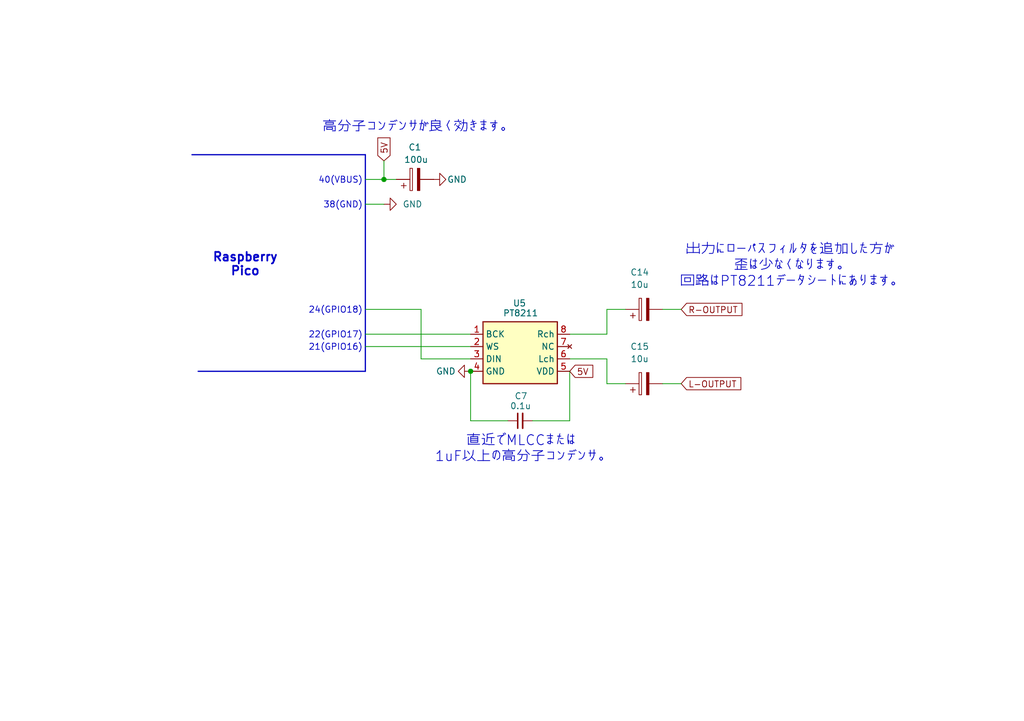
<source format=kicad_sch>
(kicad_sch (version 20250114) (generator "eeschema") (generator_version "9.0")
  (paper "A5")
  (title_block (rev "1.0"))
  (lib_symbols
    (symbol "Device:C_Polarized" (pin_numbers (hide yes)) (pin_names (offset 0.254))
      (property "Reference" "C" (at 0.635 2.54 0))
      (property "Value" "C_Polarized" (at 0.635 -2.54 0))
      (symbol "C_Polarized_0_1"
        (rectangle (start -2.286 0.508) (end 2.286 1.016))
        (polyline (pts (xy -1.778 2.286) (xy -0.762 2.286)))
        (polyline (pts (xy -1.27 2.794) (xy -1.27 1.778)))
        (rectangle (start 2.286 -0.508) (end -2.286 -1.016) (fill (type outline)))
      )
      (symbol "C_Polarized_1_1"
        (pin passive line (at 0 3.81 270) (length 2.794) (name "~") (number "1"))
        (pin passive line (at 0 -3.81 90) (length 2.794) (name "~") (number "2"))
      )
    )
    (symbol "Device:C_Small" (pin_numbers (hide yes)) (pin_names (offset 0.254) (hide yes))
      (property "Reference" "C" (at 0.254 1.778 0))
      (property "Value" "C_Small" (at 0.254 -2.032 0))
      (symbol "C_Small_0_1"
        (polyline (pts (xy -1.524 0.508) (xy 1.524 0.508)) (stroke (width 0.3048)))
        (polyline (pts (xy -1.524 -0.508) (xy 1.524 -0.508)) (stroke (width 0.3302)))
      )
      (symbol "C_Small_1_1"
        (pin passive line (at 0 2.54 270) (length 2.032) (name "~") (number "1"))
        (pin passive line (at 0 -2.54 90) (length 2.032) (name "~") (number "2"))
      )
    )
    (symbol "PCM1780_2"
      (property "Reference" "U5" (at -1.524 19.05 0))
      (property "Value" "PT8211" (at -3.556 17.018 0))
      (symbol "PCM1780_2_1_1"
        (rectangle (start -7.62 15.24) (end 7.62 2.54) (stroke (width 0.254)) (fill (type background)))
        (pin input line (at -10.16 12.7 0) (length 2.54) (name "BCK") (number "1"))
        (pin input line (at -10.16 10.16 0) (length 2.54) (name "WS") (number "2"))
        (pin input line (at -10.16 7.62 0) (length 2.54) (name "DIN") (number "3"))
        (pin power_in line (at -10.16 5.08 0) (length 2.54) (name "GND") (number "4"))
        (pin output line (at 10.16 12.7 180) (length 2.54) (name "Rch") (number "8"))
        (pin no_connect line (at 10.16 10.16 180) (length 2.54) (name "NC") (number "7"))
        (pin output line (at 10.16 7.62 180) (length 2.54) (name "Lch") (number "6"))
        (pin power_in line (at 10.16 5.08 180) (length 2.54) (name "VDD") (number "5"))
      )
    )
    (symbol "power:GND" (power) (pin_numbers (hide yes)) (pin_names (offset 0) (hide yes))
      (property "Value" "GND" (at 0 -3.81 0))
      (symbol "GND_0_1"
        (polyline (pts (xy 0 0) (xy 0 -1.27) (xy 1.27 -1.27) (xy 0 -2.54) (xy -1.27 -1.27) (xy 0 -1.27)))
      )
      (symbol "GND_1_1"
        (pin power_in line (at 0 0 270) (length 0) (name "~") (number "1"))
      )
    )
  )
  (text "高分子コンデンサが良く効きます。" (at 85.344 26.162 0) (effects (font (size 2.032 2.032) (thickness 0.1588))))
  (text "22(GPIO17)" (at 68.834 68.834 0) (effects (font (size 1.27 1.27))))
  (text "出力にローパスフィルタを追加した方が\n歪は少なくなります。\n回路はPT8211データシートにあります。" (at 162.052 54.61 0) (effects (font (size 2.032 2.032) (thickness 0.1588))))
  (text "38(GND)" (at 70.358 42.164 0) (effects (font (size 1.27 1.27))))
  (text "21(GPIO16)" (at 68.834 71.374 0) (effects (font (size 1.27 1.27))))
  (text "Raspberry\nPico" (at 50.292 54.356 0) (effects (font (size 1.778 1.778) (thickness 0.3556) (bold yes))))
  (text "直近でMLCCまたは\n1uF以上の高分子コンデンサ。" (at 106.934 92.202 0) (effects (font (size 2.032 2.032) (thickness 0.1588))))
  (text "40(VBUS)" (at 69.85 37.084 0) (effects (font (size 1.27 1.27))))
  (text "24(GPIO18)" (at 68.834 63.754 0) (effects (font (size 1.27 1.27))))
  (junction (at 96.52 76.2))
  (junction (at 78.74 36.83))
  (wire (pts (xy 135.89 63.5) (xy 139.7 63.5)))
  (wire (pts (xy 96.52 68.58) (xy 74.93 68.58)))
  (wire (pts (xy 96.52 86.36) (xy 104.14 86.36)))
  (wire (pts (xy 135.89 78.74) (xy 139.7 78.74)))
  (polyline (pts (xy 74.93 31.75) (xy 74.93 76.2)) (stroke (width 0.254) (type solid)))
  (wire (pts (xy 124.46 63.5) (xy 124.46 68.58)))
  (polyline (pts (xy 39.37 31.75) (xy 74.93 31.75)) (stroke (width 0.254) (type solid)))
  (wire (pts (xy 124.46 68.58) (xy 116.84 68.58)))
  (wire (pts (xy 116.84 73.66) (xy 124.46 73.66)))
  (wire (pts (xy 86.36 63.5) (xy 86.36 73.66)))
  (wire (pts (xy 124.46 73.66) (xy 124.46 78.74)))
  (wire (pts (xy 86.36 73.66) (xy 96.52 73.66)))
  (wire (pts (xy 96.52 76.2) (xy 96.52 86.36)))
  (wire (pts (xy 124.46 63.5) (xy 128.27 63.5)))
  (wire (pts (xy 74.93 63.5) (xy 86.36 63.5)))
  (wire (pts (xy 74.93 71.12) (xy 96.52 71.12)))
  (wire (pts (xy 116.84 76.2) (xy 116.84 86.36)))
  (wire (pts (xy 124.46 78.74) (xy 128.27 78.74)))
  (wire (pts (xy 78.74 36.83) (xy 81.28 36.83)))
  (wire (pts (xy 78.74 33.02) (xy 78.74 36.83)))
  (wire (pts (xy 109.22 86.36) (xy 116.84 86.36)))
  (wire (pts (xy 74.93 41.91) (xy 78.74 41.91)))
  (wire (pts (xy 74.93 36.83) (xy 78.74 36.83)))
  (polyline (pts (xy 40.64 76.2) (xy 74.93 76.2)) (stroke (width 0.254) (type solid)))
  (global_label "R-OUTPUT" (shape input) (at 139.7 63.5 0) (property "Intersheetrefs" "${INTERSHEET_REFS}" (effects (hide yes))))
  (global_label "5V" (shape input) (at 116.84 76.2 0) (property "Intersheetrefs" "${INTERSHEET_REFS}" (effects (hide yes))))
  (global_label "5V" (shape input) (at 78.74 33.02 90) (property "Intersheetrefs" "${INTERSHEET_REFS}" (effects (hide yes))))
  (global_label "L-OUTPUT" (shape input) (at 139.7 78.74 0) (property "Intersheetrefs" "${INTERSHEET_REFS}" (effects (hide yes))))
  (symbol (lib_id "power:GND") (at 96.52 76.2 270) (unit 1)
    (property "Reference" "#PWR021" (effects (hide yes)))
    (property "Value" "GND" (at 91.44 76.2 90))
    (property "Description" "Power symbol creates a global label with name \"GND\" , ground" (effects (hide yes)))
  )
  (symbol (lib_name "PCM1780_2") (lib_id "Audio:PCM1780") (at 106.68 81.28 0) (unit 1)
    (property "Reference" "U5" (at 105.156 62.23 0) (effects (justify left)))
    (property "Value" "PT8211" (at 103.124 64.262 0) (effects (justify left)))
    (property "Footprint" "Package_SO:SOP-8_3.9x4.9mm_P1.27mm" (effects (hide yes)))
  )
  (symbol (lib_id "Device:C_Polarized") (at 85.09 36.83 90) (unit 1)
    (property "Reference" "C1" (at 85.09 30.226 90))
    (property "Value" "100u" (at 85.344 32.766 90))
    (property "Footprint" "Capacitor_THT:CP_Radial_D6.3mm_P2.50mm" (effects (hide yes)))
    (property "Description" "Polarized capacitor" (effects (hide yes)))
  )
  (symbol (lib_id "power:GND") (at 88.9 36.83 90) (unit 1)
    (property "Reference" "#PWR01" (effects (hide yes)))
    (property "Value" "GND" (at 93.726 36.83 90))
    (property "Description" "Power symbol creates a global label with name \"GND\" , ground" (effects (hide yes)))
  )
  (symbol (lib_id "Device:C_Polarized") (at 132.08 78.74 90) (unit 1)
    (property "Reference" "C15" (at 131.191 71.12 90))
    (property "Value" "10u" (at 131.191 73.66 90))
    (property "Footprint" "Capacitor_THT:CP_Radial_D6.3mm_P2.50mm" (effects (hide yes)))
    (property "Description" "Polarized capacitor" (effects (hide yes)))
  )
  (symbol (lib_id "Device:C_Polarized") (at 132.08 63.5 90) (unit 1)
    (property "Reference" "C14" (at 131.191 55.88 90))
    (property "Value" "10u" (at 131.191 58.42 90))
    (property "Footprint" "Capacitor_THT:CP_Radial_D6.3mm_P2.50mm" (effects (hide yes)))
    (property "Description" "Polarized capacitor" (effects (hide yes)))
  )
  (symbol (lib_id "Device:C_Small") (at 106.68 86.36 90) (mirror x) (unit 1)
    (property "Reference" "C7" (at 108.204 81.28 90) (effects (justify left)))
    (property "Value" "0.1u" (at 108.966 83.312 90) (effects (justify left)))
    (property "Footprint" "Capacitor_THT:C_Disc_D5.0mm_W2.5mm_P5.00mm" (effects (hide yes)))
  )
  (symbol (lib_id "power:GND") (at 78.74 41.91 90) (unit 1)
    (property "Reference" "#PWR017" (effects (hide yes)))
    (property "Value" "GND" (at 82.55 41.9099 90) (effects (justify right)))
    (property "Description" "Power symbol creates a global label with name \"GND\" , ground" (effects (hide yes)))
  )
)
</source>
